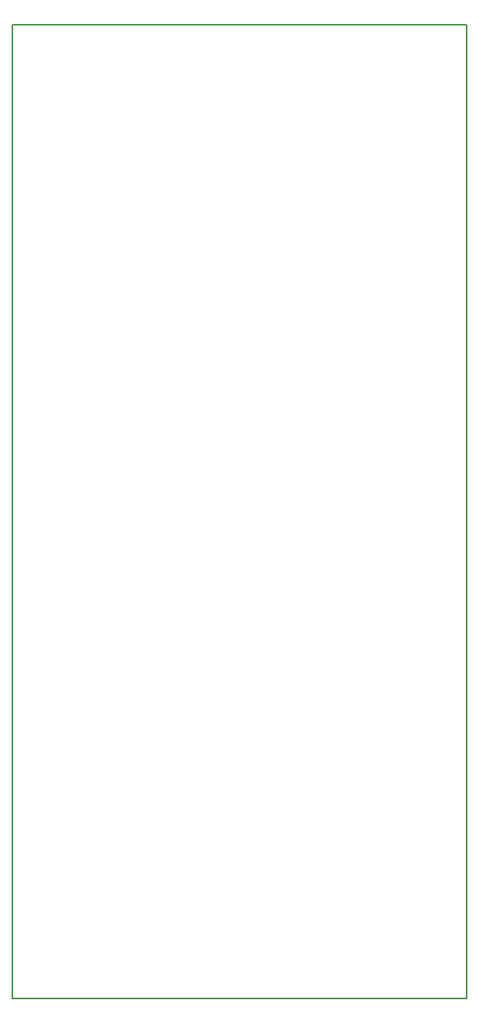
<source format=gbr>
G04 #@! TF.GenerationSoftware,KiCad,Pcbnew,5.1.4-e60b266~84~ubuntu18.04.1*
G04 #@! TF.CreationDate,2019-10-28T13:52:21+08:00*
G04 #@! TF.ProjectId,Waves,57617665-732e-46b6-9963-61645f706362,rev?*
G04 #@! TF.SameCoordinates,Original*
G04 #@! TF.FileFunction,Profile,NP*
%FSLAX46Y46*%
G04 Gerber Fmt 4.6, Leading zero omitted, Abs format (unit mm)*
G04 Created by KiCad (PCBNEW 5.1.4-e60b266~84~ubuntu18.04.1) date 2019-10-28 13:52:21*
%MOMM*%
%LPD*%
G04 APERTURE LIST*
%ADD10C,0.200000*%
G04 APERTURE END LIST*
D10*
X101974999Y-48349999D02*
X101974999Y-154849999D01*
X151775000Y-48349999D02*
X101974999Y-48349999D01*
X151775000Y-154849999D02*
X151775000Y-48349999D01*
X101974999Y-154849999D02*
X151775000Y-154849999D01*
M02*

</source>
